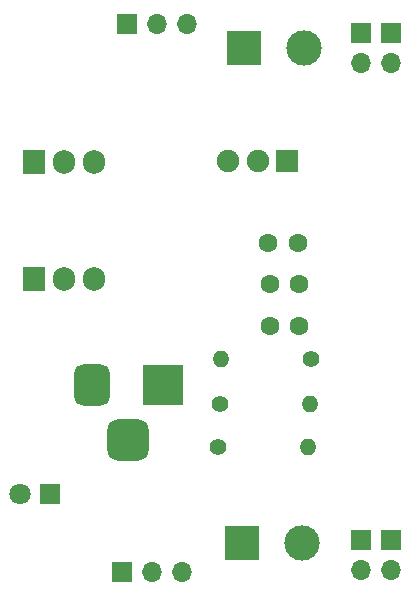
<source format=gbr>
%TF.GenerationSoftware,KiCad,Pcbnew,(6.0.7)*%
%TF.CreationDate,2022-09-26T11:07:57-04:00*%
%TF.ProjectId,proj_3,70726f6a-5f33-42e6-9b69-6361645f7063,1*%
%TF.SameCoordinates,Original*%
%TF.FileFunction,Soldermask,Bot*%
%TF.FilePolarity,Negative*%
%FSLAX46Y46*%
G04 Gerber Fmt 4.6, Leading zero omitted, Abs format (unit mm)*
G04 Created by KiCad (PCBNEW (6.0.7)) date 2022-09-26 11:07:57*
%MOMM*%
%LPD*%
G01*
G04 APERTURE LIST*
G04 Aperture macros list*
%AMRoundRect*
0 Rectangle with rounded corners*
0 $1 Rounding radius*
0 $2 $3 $4 $5 $6 $7 $8 $9 X,Y pos of 4 corners*
0 Add a 4 corners polygon primitive as box body*
4,1,4,$2,$3,$4,$5,$6,$7,$8,$9,$2,$3,0*
0 Add four circle primitives for the rounded corners*
1,1,$1+$1,$2,$3*
1,1,$1+$1,$4,$5*
1,1,$1+$1,$6,$7*
1,1,$1+$1,$8,$9*
0 Add four rect primitives between the rounded corners*
20,1,$1+$1,$2,$3,$4,$5,0*
20,1,$1+$1,$4,$5,$6,$7,0*
20,1,$1+$1,$6,$7,$8,$9,0*
20,1,$1+$1,$8,$9,$2,$3,0*%
G04 Aperture macros list end*
%ADD10R,1.900000X1.900000*%
%ADD11C,1.900000*%
%ADD12R,1.700000X1.700000*%
%ADD13O,1.700000X1.700000*%
%ADD14C,1.400000*%
%ADD15O,1.400000X1.400000*%
%ADD16C,1.600000*%
%ADD17R,1.905000X2.000000*%
%ADD18O,1.905000X2.000000*%
%ADD19R,1.800000X1.800000*%
%ADD20C,1.800000*%
%ADD21R,3.000000X3.000000*%
%ADD22C,3.000000*%
%ADD23R,3.500000X3.500000*%
%ADD24RoundRect,0.750000X-0.750000X-1.000000X0.750000X-1.000000X0.750000X1.000000X-0.750000X1.000000X0*%
%ADD25RoundRect,0.875000X-0.875000X-0.875000X0.875000X-0.875000X0.875000X0.875000X-0.875000X0.875000X0*%
G04 APERTURE END LIST*
D10*
%TO.C,S1*%
X157607000Y-88265000D03*
D11*
X155107000Y-88265000D03*
X152607000Y-88265000D03*
%TD*%
D12*
%TO.C,J6*%
X163830000Y-120396000D03*
X166370000Y-120396000D03*
D13*
X163830000Y-122936000D03*
X166370000Y-122936000D03*
%TD*%
D14*
%TO.C,R3*%
X151765000Y-112522000D03*
D15*
X159385000Y-112522000D03*
%TD*%
D16*
%TO.C,C3*%
X156123000Y-102235000D03*
X158623000Y-102235000D03*
%TD*%
D12*
%TO.C,J2*%
X144018000Y-76708000D03*
D13*
X146558000Y-76708000D03*
X149098000Y-76708000D03*
%TD*%
D17*
%TO.C,U2*%
X136144000Y-98298000D03*
D18*
X138684000Y-98298000D03*
X141224000Y-98298000D03*
%TD*%
D14*
%TO.C,R2*%
X151892000Y-108839000D03*
D15*
X159512000Y-108839000D03*
%TD*%
D19*
%TO.C,D1*%
X137546000Y-116459000D03*
D20*
X135006000Y-116459000D03*
%TD*%
D12*
%TO.C,J5*%
X143637000Y-123063000D03*
D13*
X146177000Y-123063000D03*
X148717000Y-123063000D03*
%TD*%
D14*
%TO.C,R1*%
X159639000Y-105029000D03*
D15*
X152019000Y-105029000D03*
%TD*%
D21*
%TO.C,J7*%
X153797000Y-120650000D03*
D22*
X158877000Y-120650000D03*
%TD*%
D16*
%TO.C,C1*%
X158476000Y-95250000D03*
X155976000Y-95250000D03*
%TD*%
%TO.C,C2*%
X156123000Y-98679000D03*
X158623000Y-98679000D03*
%TD*%
D23*
%TO.C,J1*%
X147097000Y-107246500D03*
D24*
X141097000Y-107246500D03*
D25*
X144097000Y-111946500D03*
%TD*%
D12*
%TO.C,J3*%
X163830000Y-77470000D03*
X166370000Y-77470000D03*
D13*
X163830000Y-80010000D03*
X166370000Y-80010000D03*
%TD*%
D21*
%TO.C,J4*%
X153924000Y-78740000D03*
D22*
X159004000Y-78740000D03*
%TD*%
D17*
%TO.C,U1*%
X136144000Y-88392000D03*
D18*
X138684000Y-88392000D03*
X141224000Y-88392000D03*
%TD*%
M02*

</source>
